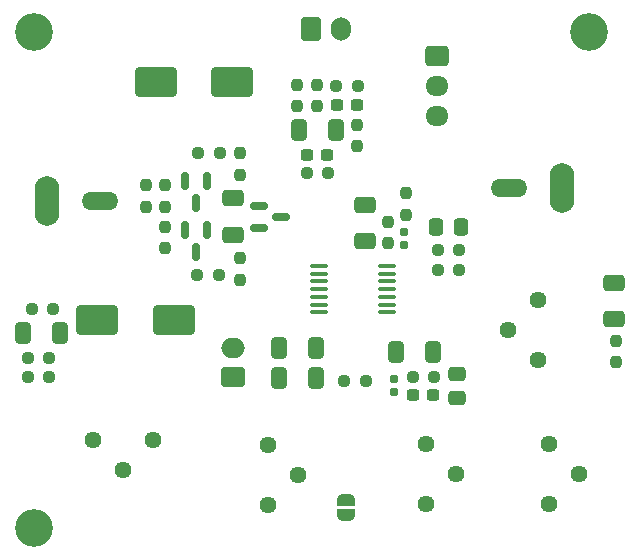
<source format=gbr>
%TF.GenerationSoftware,KiCad,Pcbnew,7.0.1*%
%TF.CreationDate,2023-05-10T23:07:00-04:00*%
%TF.ProjectId,reverb-driver,72657665-7262-42d6-9472-697665722e6b,rev?*%
%TF.SameCoordinates,Original*%
%TF.FileFunction,Soldermask,Top*%
%TF.FilePolarity,Negative*%
%FSLAX46Y46*%
G04 Gerber Fmt 4.6, Leading zero omitted, Abs format (unit mm)*
G04 Created by KiCad (PCBNEW 7.0.1) date 2023-05-10 23:07:00*
%MOMM*%
%LPD*%
G01*
G04 APERTURE LIST*
G04 Aperture macros list*
%AMRoundRect*
0 Rectangle with rounded corners*
0 $1 Rounding radius*
0 $2 $3 $4 $5 $6 $7 $8 $9 X,Y pos of 4 corners*
0 Add a 4 corners polygon primitive as box body*
4,1,4,$2,$3,$4,$5,$6,$7,$8,$9,$2,$3,0*
0 Add four circle primitives for the rounded corners*
1,1,$1+$1,$2,$3*
1,1,$1+$1,$4,$5*
1,1,$1+$1,$6,$7*
1,1,$1+$1,$8,$9*
0 Add four rect primitives between the rounded corners*
20,1,$1+$1,$2,$3,$4,$5,0*
20,1,$1+$1,$4,$5,$6,$7,0*
20,1,$1+$1,$6,$7,$8,$9,0*
20,1,$1+$1,$8,$9,$2,$3,0*%
%AMFreePoly0*
4,1,19,0.500000,-0.750000,0.000000,-0.750000,0.000000,-0.744911,-0.071157,-0.744911,-0.207708,-0.704816,-0.327430,-0.627875,-0.420627,-0.520320,-0.479746,-0.390866,-0.500000,-0.250000,-0.500000,0.250000,-0.479746,0.390866,-0.420627,0.520320,-0.327430,0.627875,-0.207708,0.704816,-0.071157,0.744911,0.000000,0.744911,0.000000,0.750000,0.500000,0.750000,0.500000,-0.750000,0.500000,-0.750000,
$1*%
%AMFreePoly1*
4,1,19,0.000000,0.744911,0.071157,0.744911,0.207708,0.704816,0.327430,0.627875,0.420627,0.520320,0.479746,0.390866,0.500000,0.250000,0.500000,-0.250000,0.479746,-0.390866,0.420627,-0.520320,0.327430,-0.627875,0.207708,-0.704816,0.071157,-0.744911,0.000000,-0.744911,0.000000,-0.750000,-0.500000,-0.750000,-0.500000,0.750000,0.000000,0.750000,0.000000,0.744911,0.000000,0.744911,
$1*%
G04 Aperture macros list end*
%ADD10O,2.100000X4.200000*%
%ADD11O,3.100000X1.550000*%
%ADD12RoundRect,0.100000X-0.637500X-0.100000X0.637500X-0.100000X0.637500X0.100000X-0.637500X0.100000X0*%
%ADD13RoundRect,0.237500X0.300000X0.237500X-0.300000X0.237500X-0.300000X-0.237500X0.300000X-0.237500X0*%
%ADD14RoundRect,0.237500X0.250000X0.237500X-0.250000X0.237500X-0.250000X-0.237500X0.250000X-0.237500X0*%
%ADD15RoundRect,0.250000X-0.600000X-0.750000X0.600000X-0.750000X0.600000X0.750000X-0.600000X0.750000X0*%
%ADD16O,1.700000X2.000000*%
%ADD17RoundRect,0.237500X-0.300000X-0.237500X0.300000X-0.237500X0.300000X0.237500X-0.300000X0.237500X0*%
%ADD18RoundRect,0.250000X0.750000X-0.600000X0.750000X0.600000X-0.750000X0.600000X-0.750000X-0.600000X0*%
%ADD19O,2.000000X1.700000*%
%ADD20FreePoly0,90.000000*%
%ADD21FreePoly1,90.000000*%
%ADD22RoundRect,0.237500X-0.250000X-0.237500X0.250000X-0.237500X0.250000X0.237500X-0.250000X0.237500X0*%
%ADD23C,1.440000*%
%ADD24RoundRect,0.237500X-0.237500X0.250000X-0.237500X-0.250000X0.237500X-0.250000X0.237500X0.250000X0*%
%ADD25RoundRect,0.250000X-0.412500X-0.650000X0.412500X-0.650000X0.412500X0.650000X-0.412500X0.650000X0*%
%ADD26RoundRect,0.237500X0.237500X-0.250000X0.237500X0.250000X-0.237500X0.250000X-0.237500X-0.250000X0*%
%ADD27RoundRect,0.250000X0.412500X0.650000X-0.412500X0.650000X-0.412500X-0.650000X0.412500X-0.650000X0*%
%ADD28RoundRect,0.155000X-0.155000X0.212500X-0.155000X-0.212500X0.155000X-0.212500X0.155000X0.212500X0*%
%ADD29C,3.200000*%
%ADD30RoundRect,0.150000X-0.150000X0.587500X-0.150000X-0.587500X0.150000X-0.587500X0.150000X0.587500X0*%
%ADD31RoundRect,0.150000X-0.587500X-0.150000X0.587500X-0.150000X0.587500X0.150000X-0.587500X0.150000X0*%
%ADD32RoundRect,0.250000X0.337500X0.475000X-0.337500X0.475000X-0.337500X-0.475000X0.337500X-0.475000X0*%
%ADD33RoundRect,0.250000X0.650000X-0.412500X0.650000X0.412500X-0.650000X0.412500X-0.650000X-0.412500X0*%
%ADD34RoundRect,0.250000X-0.650000X0.412500X-0.650000X-0.412500X0.650000X-0.412500X0.650000X0.412500X0*%
%ADD35RoundRect,0.250000X-1.500000X-1.000000X1.500000X-1.000000X1.500000X1.000000X-1.500000X1.000000X0*%
%ADD36RoundRect,0.250000X-0.725000X0.600000X-0.725000X-0.600000X0.725000X-0.600000X0.725000X0.600000X0*%
%ADD37O,1.950000X1.700000*%
%ADD38RoundRect,0.250000X1.500000X1.000000X-1.500000X1.000000X-1.500000X-1.000000X1.500000X-1.000000X0*%
%ADD39RoundRect,0.250000X-0.475000X0.337500X-0.475000X-0.337500X0.475000X-0.337500X0.475000X0.337500X0*%
G04 APERTURE END LIST*
D10*
%TO.C,J2*%
X88687500Y-56200000D03*
D11*
X84187500Y-56200000D03*
%TD*%
D12*
%TO.C,U1*%
X68137500Y-62850000D03*
X68137500Y-63500000D03*
X68137500Y-64150000D03*
X68137500Y-64800000D03*
X68137500Y-65450000D03*
X68137500Y-66100000D03*
X68137500Y-66750000D03*
X73862500Y-66750000D03*
X73862500Y-66100000D03*
X73862500Y-65450000D03*
X73862500Y-64800000D03*
X73862500Y-64150000D03*
X73862500Y-63500000D03*
X73862500Y-62850000D03*
%TD*%
D13*
%TO.C,C17*%
X71375000Y-49187500D03*
X69650000Y-49187500D03*
%TD*%
D14*
%TO.C,R13*%
X59625000Y-63637500D03*
X57800000Y-63637500D03*
%TD*%
D15*
%TO.C,J5*%
X67475000Y-42800000D03*
D16*
X69975000Y-42800000D03*
%TD*%
D10*
%TO.C,J1*%
X45100000Y-57300000D03*
D11*
X49600000Y-57300000D03*
%TD*%
D17*
%TO.C,C19*%
X67075000Y-53400000D03*
X68800000Y-53400000D03*
%TD*%
D13*
%TO.C,C11*%
X77800000Y-73800000D03*
X76075000Y-73800000D03*
%TD*%
D18*
%TO.C,J4*%
X60800000Y-72250000D03*
D19*
X60800000Y-69750000D03*
%TD*%
D20*
%TO.C,JP1*%
X70400000Y-83950000D03*
D21*
X70400000Y-82650000D03*
%TD*%
D22*
%TO.C,R10*%
X78187500Y-63200000D03*
X80012500Y-63200000D03*
%TD*%
D23*
%TO.C,RV5*%
X49020000Y-77600000D03*
X51560000Y-80140000D03*
X54100000Y-77600000D03*
%TD*%
D24*
%TO.C,R1*%
X55100000Y-55987500D03*
X55100000Y-57812500D03*
%TD*%
D25*
%TO.C,C18*%
X66412500Y-51287500D03*
X69537500Y-51287500D03*
%TD*%
D26*
%TO.C,R5*%
X53500000Y-57812500D03*
X53500000Y-55987500D03*
%TD*%
D24*
%TO.C,R3*%
X61400000Y-53287500D03*
X61400000Y-55112500D03*
%TD*%
D27*
%TO.C,C15*%
X67825000Y-69800000D03*
X64700000Y-69800000D03*
%TD*%
D14*
%TO.C,R20*%
X68887500Y-55000000D03*
X67062500Y-55000000D03*
%TD*%
D28*
%TO.C,C6*%
X75300000Y-59932500D03*
X75300000Y-61067500D03*
%TD*%
D23*
%TO.C,RV3*%
X77200000Y-83000000D03*
X79740000Y-80460000D03*
X77200000Y-77920000D03*
%TD*%
D29*
%TO.C,H2*%
X91000000Y-43000000D03*
%TD*%
%TO.C,H3*%
X44000000Y-85000000D03*
%TD*%
D26*
%TO.C,R19*%
X66275000Y-49300000D03*
X66275000Y-47475000D03*
%TD*%
D27*
%TO.C,C16*%
X67862500Y-72300000D03*
X64737500Y-72300000D03*
%TD*%
D30*
%TO.C,Q1*%
X58650000Y-55657500D03*
X56750000Y-55657500D03*
X57700000Y-57532500D03*
%TD*%
D24*
%TO.C,R18*%
X67975000Y-47475000D03*
X67975000Y-49300000D03*
%TD*%
D22*
%TO.C,R17*%
X69575000Y-47587500D03*
X71400000Y-47587500D03*
%TD*%
D30*
%TO.C,Q2*%
X58650000Y-59762500D03*
X56750000Y-59762500D03*
X57700000Y-61637500D03*
%TD*%
D24*
%TO.C,R4*%
X61400000Y-62187500D03*
X61400000Y-64012500D03*
%TD*%
D31*
%TO.C,D1*%
X63025000Y-57750000D03*
X63025000Y-59650000D03*
X64900000Y-58700000D03*
%TD*%
D32*
%TO.C,C5*%
X80137500Y-59500000D03*
X78062500Y-59500000D03*
%TD*%
D33*
%TO.C,C7*%
X72000000Y-60762500D03*
X72000000Y-57637500D03*
%TD*%
D34*
%TO.C,C2*%
X60800000Y-57075000D03*
X60800000Y-60200000D03*
%TD*%
D24*
%TO.C,R2*%
X55100000Y-59500000D03*
X55100000Y-61325000D03*
%TD*%
%TO.C,R21*%
X71375000Y-50875000D03*
X71375000Y-52700000D03*
%TD*%
D22*
%TO.C,R12*%
X57907500Y-53287500D03*
X59732500Y-53287500D03*
%TD*%
D35*
%TO.C,C9*%
X54292500Y-47300000D03*
X60792500Y-47300000D03*
%TD*%
D29*
%TO.C,H1*%
X44000000Y-43000000D03*
%TD*%
D24*
%TO.C,R9*%
X74000000Y-59087500D03*
X74000000Y-60912500D03*
%TD*%
D36*
%TO.C,J3*%
X78100000Y-45100000D03*
D37*
X78100000Y-47600000D03*
X78100000Y-50100000D03*
%TD*%
D14*
%TO.C,R6*%
X45612500Y-66500000D03*
X43787500Y-66500000D03*
%TD*%
%TO.C,R16*%
X45300000Y-72200000D03*
X43475000Y-72200000D03*
%TD*%
D23*
%TO.C,RV2*%
X63800000Y-83100000D03*
X66340000Y-80560000D03*
X63800000Y-78020000D03*
%TD*%
%TO.C,RV1*%
X86700000Y-65720000D03*
X84160000Y-68260000D03*
X86700000Y-70800000D03*
%TD*%
D14*
%TO.C,R15*%
X45300000Y-70600000D03*
X43475000Y-70600000D03*
%TD*%
D26*
%TO.C,R8*%
X75500000Y-58512500D03*
X75500000Y-56687500D03*
%TD*%
D22*
%TO.C,R11*%
X78187500Y-61500000D03*
X80012500Y-61500000D03*
%TD*%
D26*
%TO.C,R7*%
X93300000Y-70987500D03*
X93300000Y-69162500D03*
%TD*%
D25*
%TO.C,C3*%
X43075000Y-68500000D03*
X46200000Y-68500000D03*
%TD*%
D23*
%TO.C,RV4*%
X87600000Y-83000000D03*
X90140000Y-80460000D03*
X87600000Y-77920000D03*
%TD*%
D38*
%TO.C,C8*%
X55800000Y-67400000D03*
X49300000Y-67400000D03*
%TD*%
D34*
%TO.C,C10*%
X93100000Y-64237500D03*
X93100000Y-67362500D03*
%TD*%
D28*
%TO.C,C1*%
X74500000Y-72365000D03*
X74500000Y-73500000D03*
%TD*%
D22*
%TO.C,R14*%
X76045000Y-72200000D03*
X77870000Y-72200000D03*
%TD*%
%TO.C,R22*%
X70232500Y-72585000D03*
X72057500Y-72585000D03*
%TD*%
D39*
%TO.C,C14*%
X79800000Y-71962500D03*
X79800000Y-74037500D03*
%TD*%
D27*
%TO.C,C4*%
X77762500Y-70100000D03*
X74637500Y-70100000D03*
%TD*%
M02*

</source>
